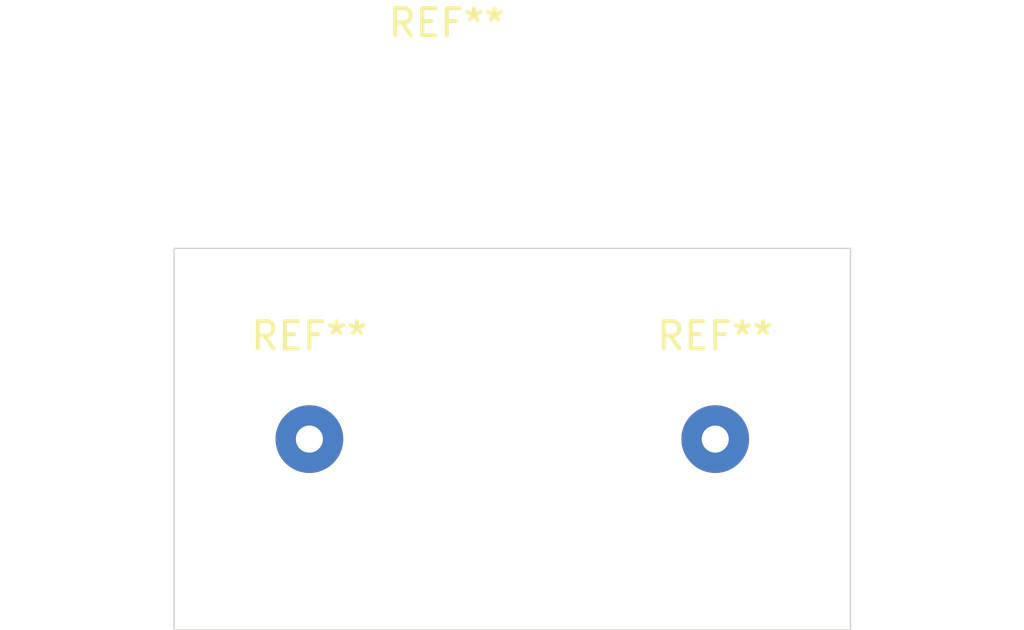
<source format=kicad_pcb>
(kicad_pcb (version 20171130) (host pcbnew 5.1.5+dfsg1-2build2)

  (general
    (thickness 1.6)
    (drawings 4)
    (tracks 0)
    (zones 0)
    (modules 3)
    (nets 1)
  )

  (page A4)
  (layers
    (0 F.Cu signal)
    (31 B.Cu signal)
    (32 B.Adhes user)
    (33 F.Adhes user)
    (34 B.Paste user)
    (35 F.Paste user)
    (36 B.SilkS user)
    (37 F.SilkS user)
    (38 B.Mask user)
    (39 F.Mask user)
    (40 Dwgs.User user)
    (41 Cmts.User user)
    (42 Eco1.User user)
    (43 Eco2.User user)
    (44 Edge.Cuts user)
    (45 Margin user)
    (46 B.CrtYd user)
    (47 F.CrtYd user)
    (48 B.Fab user)
    (49 F.Fab user)
  )

  (setup
    (last_trace_width 0.25)
    (trace_clearance 0.2)
    (zone_clearance 0.508)
    (zone_45_only no)
    (trace_min 0.2)
    (via_size 0.8)
    (via_drill 0.4)
    (via_min_size 0.4)
    (via_min_drill 0.3)
    (uvia_size 0.3)
    (uvia_drill 0.1)
    (uvias_allowed no)
    (uvia_min_size 0.2)
    (uvia_min_drill 0.1)
    (edge_width 0.05)
    (segment_width 0.2)
    (pcb_text_width 0.3)
    (pcb_text_size 1.5 1.5)
    (mod_edge_width 0.12)
    (mod_text_size 1 1)
    (mod_text_width 0.15)
    (pad_size 1.524 1.524)
    (pad_drill 0.762)
    (pad_to_mask_clearance 0.051)
    (solder_mask_min_width 0.25)
    (aux_axis_origin 0 0)
    (visible_elements FFFFFF7F)
    (pcbplotparams
      (layerselection 0x010fc_ffffffff)
      (usegerberextensions false)
      (usegerberattributes false)
      (usegerberadvancedattributes false)
      (creategerberjobfile false)
      (excludeedgelayer true)
      (linewidth 0.100000)
      (plotframeref false)
      (viasonmask false)
      (mode 1)
      (useauxorigin false)
      (hpglpennumber 1)
      (hpglpenspeed 20)
      (hpglpendiameter 15.000000)
      (psnegative false)
      (psa4output false)
      (plotreference true)
      (plotvalue true)
      (plotinvisibletext false)
      (padsonsilk false)
      (subtractmaskfromsilk false)
      (outputformat 1)
      (mirror false)
      (drillshape 1)
      (scaleselection 1)
      (outputdirectory ""))
  )

  (net 0 "")

  (net_class Default "This is the default net class."
    (clearance 0.2)
    (trace_width 0.25)
    (via_dia 0.8)
    (via_drill 0.4)
    (uvia_dia 0.3)
    (uvia_drill 0.1)
  )

  (module MountingHole:MountingHole_2.1mm (layer F.Cu) (tedit 5B924765) (tstamp 62CF95DE)
    (at 110.07852 94.869)
    (descr "Mounting Hole 2.1mm, no annular")
    (tags "mounting hole 2.1mm no annular")
    (attr virtual)
    (fp_text reference REF** (at 0 -3.2) (layer F.SilkS)
      (effects (font (size 1 1) (thickness 0.15)))
    )
    (fp_text value MountingHole_2.1mm (at 0 3.2) (layer F.Fab)
      (effects (font (size 1 1) (thickness 0.15)))
    )
    (fp_circle (center 0 0) (end 2.35 0) (layer F.CrtYd) (width 0.05))
    (fp_circle (center 0 0) (end 2.1 0) (layer Cmts.User) (width 0.15))
    (fp_text user %R (at 0.3 0) (layer F.Fab)
      (effects (font (size 1 1) (thickness 0.15)))
    )
    (pad "" np_thru_hole circle (at 0 0) (size 2.1 2.1) (drill 2.1) (layers *.Cu *.Mask))
  )

  (module Connector_Wire:SolderWirePad_1x01_Drill1mm (layer F.Cu) (tedit 5AEE5EBE) (tstamp 62CF90FE)
    (at 120 107.05)
    (descr "Wire solder connection")
    (tags connector)
    (attr virtual)
    (fp_text reference REF** (at 0 -3.81) (layer F.SilkS)
      (effects (font (size 1 1) (thickness 0.15)))
    )
    (fp_text value SolderWirePad_1x01_Drill1mm (at 0 3.175) (layer F.Fab)
      (effects (font (size 1 1) (thickness 0.15)))
    )
    (fp_text user %R (at 0 0) (layer F.Fab)
      (effects (font (size 1 1) (thickness 0.15)))
    )
    (fp_line (start -1.75 -1.75) (end 1.75 -1.75) (layer F.CrtYd) (width 0.05))
    (fp_line (start -1.75 -1.75) (end -1.75 1.75) (layer F.CrtYd) (width 0.05))
    (fp_line (start 1.75 1.75) (end 1.75 -1.75) (layer F.CrtYd) (width 0.05))
    (fp_line (start 1.75 1.75) (end -1.75 1.75) (layer F.CrtYd) (width 0.05))
    (pad 1 thru_hole circle (at 0 0) (size 2.49936 2.49936) (drill 1.00076) (layers *.Cu *.Mask))
  )

  (module Connector_Wire:SolderWirePad_1x01_Drill1mm (layer F.Cu) (tedit 5AEE5EBE) (tstamp 62CF90FC)
    (at 105 107.05)
    (descr "Wire solder connection")
    (tags connector)
    (attr virtual)
    (fp_text reference REF** (at 0 -3.81) (layer F.SilkS)
      (effects (font (size 1 1) (thickness 0.15)))
    )
    (fp_text value SolderWirePad_1x01_Drill1mm (at 0 3.175) (layer F.Fab)
      (effects (font (size 1 1) (thickness 0.15)))
    )
    (fp_line (start 1.75 1.75) (end -1.75 1.75) (layer F.CrtYd) (width 0.05))
    (fp_line (start 1.75 1.75) (end 1.75 -1.75) (layer F.CrtYd) (width 0.05))
    (fp_line (start -1.75 -1.75) (end -1.75 1.75) (layer F.CrtYd) (width 0.05))
    (fp_line (start -1.75 -1.75) (end 1.75 -1.75) (layer F.CrtYd) (width 0.05))
    (fp_text user %R (at 0 0) (layer F.Fab)
      (effects (font (size 1 1) (thickness 0.15)))
    )
    (pad 1 thru_hole circle (at 0 0) (size 2.49936 2.49936) (drill 1.00076) (layers *.Cu *.Mask))
  )

  (gr_line (start 125 100) (end 125 114.1) (layer Edge.Cuts) (width 0.05))
  (gr_line (start 100 100) (end 100 114.1) (layer Edge.Cuts) (width 0.05))
  (gr_line (start 100 114.1) (end 125 114.1) (layer Edge.Cuts) (width 0.05))
  (gr_line (start 100 100) (end 125 100) (layer Edge.Cuts) (width 0.05))

)

</source>
